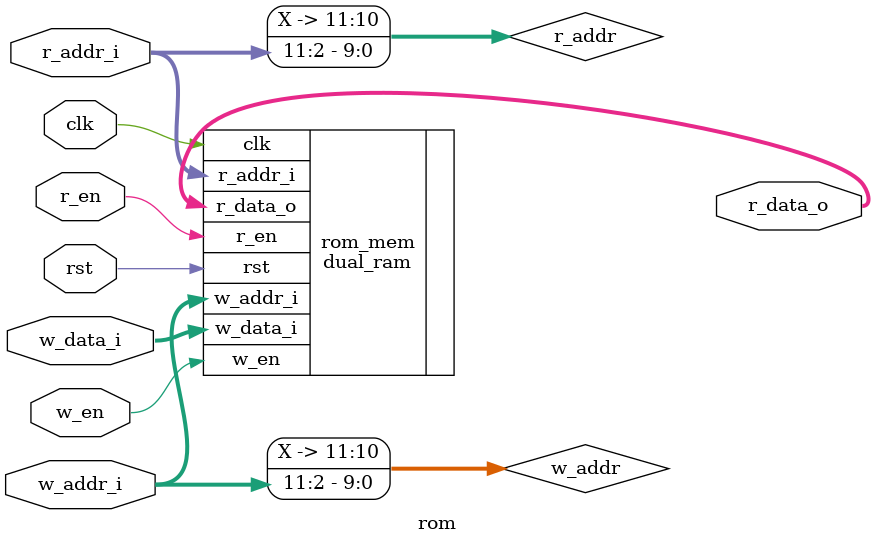
<source format=v>
`ifndef _ROM_V_
`define _ROM_V_
`include "phase3/utils/dual_ram.v"

module rom(
    input wire clk                  ,
    input wire rst                  ,
    input wire w_en                 , // 写端口
    input wire[12-1:0]  w_addr_i    ,
    input wire[32-1:0]  w_data_i    ,
    input wire          r_en        , // 读端口
    input wire[12-1:0]  r_addr_i    ,
    output wire[32-1:0] r_data_o
);

    wire[11:0] w_addr = w_addr_i[13:2];
    wire[11:0] r_addr = r_addr_i[13:2];

dual_ram #(
    .DW (32),
    .AW (12),
    .MEM_NUM (4096)
)rom_mem(
    .clk        (clk),
    .rst        (rst),
    .w_en       (w_en),
    .w_addr_i   (w_addr_i),
    .w_data_i   (w_data_i),
    .r_en       (r_en),
    .r_addr_i   (r_addr_i),
    .r_data_o   (r_data_o)
);

endmodule
`endif
</source>
